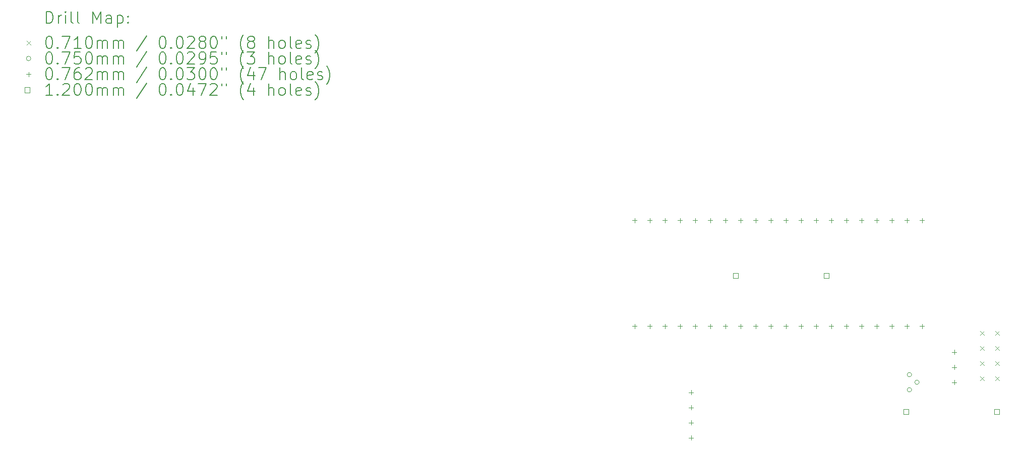
<source format=gbr>
%TF.GenerationSoftware,KiCad,Pcbnew,7.0.5*%
%TF.CreationDate,2024-02-27T08:06:42+01:00*%
%TF.ProjectId,Zeitmessung,5a656974-6d65-4737-9375-6e672e6b6963,rev?*%
%TF.SameCoordinates,Original*%
%TF.FileFunction,Drillmap*%
%TF.FilePolarity,Positive*%
%FSLAX45Y45*%
G04 Gerber Fmt 4.5, Leading zero omitted, Abs format (unit mm)*
G04 Created by KiCad (PCBNEW 7.0.5) date 2024-02-27 08:06:42*
%MOMM*%
%LPD*%
G01*
G04 APERTURE LIST*
%ADD10C,0.200000*%
%ADD11C,0.071000*%
%ADD12C,0.075000*%
%ADD13C,0.076200*%
%ADD14C,0.120000*%
G04 APERTURE END LIST*
D10*
D11*
X15937500Y-5483500D02*
X16008500Y-5554500D01*
X16008500Y-5483500D02*
X15937500Y-5554500D01*
X15937500Y-5737500D02*
X16008500Y-5808500D01*
X16008500Y-5737500D02*
X15937500Y-5808500D01*
X15937500Y-5991500D02*
X16008500Y-6062500D01*
X16008500Y-5991500D02*
X15937500Y-6062500D01*
X15937500Y-6245500D02*
X16008500Y-6316500D01*
X16008500Y-6245500D02*
X15937500Y-6316500D01*
X16191500Y-5483500D02*
X16262500Y-5554500D01*
X16262500Y-5483500D02*
X16191500Y-5554500D01*
X16191500Y-5737500D02*
X16262500Y-5808500D01*
X16262500Y-5737500D02*
X16191500Y-5808500D01*
X16191500Y-5991500D02*
X16262500Y-6062500D01*
X16262500Y-5991500D02*
X16191500Y-6062500D01*
X16191500Y-6245500D02*
X16262500Y-6316500D01*
X16262500Y-6245500D02*
X16191500Y-6316500D01*
D12*
X14790500Y-6216000D02*
G75*
G03*
X14790500Y-6216000I-37500J0D01*
G01*
X14790500Y-6470000D02*
G75*
G03*
X14790500Y-6470000I-37500J0D01*
G01*
X14917500Y-6343000D02*
G75*
G03*
X14917500Y-6343000I-37500J0D01*
G01*
D13*
X10138000Y-3583900D02*
X10138000Y-3660100D01*
X10099900Y-3622000D02*
X10176100Y-3622000D01*
X10138000Y-5361900D02*
X10138000Y-5438100D01*
X10099900Y-5400000D02*
X10176100Y-5400000D01*
X10392000Y-3583900D02*
X10392000Y-3660100D01*
X10353900Y-3622000D02*
X10430100Y-3622000D01*
X10392000Y-5361900D02*
X10392000Y-5438100D01*
X10353900Y-5400000D02*
X10430100Y-5400000D01*
X10646000Y-3583900D02*
X10646000Y-3660100D01*
X10607900Y-3622000D02*
X10684100Y-3622000D01*
X10646000Y-5361900D02*
X10646000Y-5438100D01*
X10607900Y-5400000D02*
X10684100Y-5400000D01*
X10900000Y-3583900D02*
X10900000Y-3660100D01*
X10861900Y-3622000D02*
X10938100Y-3622000D01*
X10900000Y-5361900D02*
X10900000Y-5438100D01*
X10861900Y-5400000D02*
X10938100Y-5400000D01*
X11089000Y-6475900D02*
X11089000Y-6552100D01*
X11050900Y-6514000D02*
X11127100Y-6514000D01*
X11089000Y-6729900D02*
X11089000Y-6806100D01*
X11050900Y-6768000D02*
X11127100Y-6768000D01*
X11089000Y-6983900D02*
X11089000Y-7060100D01*
X11050900Y-7022000D02*
X11127100Y-7022000D01*
X11089000Y-7237900D02*
X11089000Y-7314100D01*
X11050900Y-7276000D02*
X11127100Y-7276000D01*
X11154000Y-3583900D02*
X11154000Y-3660100D01*
X11115900Y-3622000D02*
X11192100Y-3622000D01*
X11154000Y-5361900D02*
X11154000Y-5438100D01*
X11115900Y-5400000D02*
X11192100Y-5400000D01*
X11408000Y-3583900D02*
X11408000Y-3660100D01*
X11369900Y-3622000D02*
X11446100Y-3622000D01*
X11408000Y-5361900D02*
X11408000Y-5438100D01*
X11369900Y-5400000D02*
X11446100Y-5400000D01*
X11662000Y-3583900D02*
X11662000Y-3660100D01*
X11623900Y-3622000D02*
X11700100Y-3622000D01*
X11662000Y-5361900D02*
X11662000Y-5438100D01*
X11623900Y-5400000D02*
X11700100Y-5400000D01*
X11916000Y-3583900D02*
X11916000Y-3660100D01*
X11877900Y-3622000D02*
X11954100Y-3622000D01*
X11916000Y-5361900D02*
X11916000Y-5438100D01*
X11877900Y-5400000D02*
X11954100Y-5400000D01*
X12170000Y-3583900D02*
X12170000Y-3660100D01*
X12131900Y-3622000D02*
X12208100Y-3622000D01*
X12170000Y-5361900D02*
X12170000Y-5438100D01*
X12131900Y-5400000D02*
X12208100Y-5400000D01*
X12424000Y-3583900D02*
X12424000Y-3660100D01*
X12385900Y-3622000D02*
X12462100Y-3622000D01*
X12424000Y-5361900D02*
X12424000Y-5438100D01*
X12385900Y-5400000D02*
X12462100Y-5400000D01*
X12678000Y-3583900D02*
X12678000Y-3660100D01*
X12639900Y-3622000D02*
X12716100Y-3622000D01*
X12678000Y-5361900D02*
X12678000Y-5438100D01*
X12639900Y-5400000D02*
X12716100Y-5400000D01*
X12932000Y-3583900D02*
X12932000Y-3660100D01*
X12893900Y-3622000D02*
X12970100Y-3622000D01*
X12932000Y-5361900D02*
X12932000Y-5438100D01*
X12893900Y-5400000D02*
X12970100Y-5400000D01*
X13186000Y-3583900D02*
X13186000Y-3660100D01*
X13147900Y-3622000D02*
X13224100Y-3622000D01*
X13186000Y-5361900D02*
X13186000Y-5438100D01*
X13147900Y-5400000D02*
X13224100Y-5400000D01*
X13440000Y-3583900D02*
X13440000Y-3660100D01*
X13401900Y-3622000D02*
X13478100Y-3622000D01*
X13440000Y-5361900D02*
X13440000Y-5438100D01*
X13401900Y-5400000D02*
X13478100Y-5400000D01*
X13694000Y-3583900D02*
X13694000Y-3660100D01*
X13655900Y-3622000D02*
X13732100Y-3622000D01*
X13694000Y-5361900D02*
X13694000Y-5438100D01*
X13655900Y-5400000D02*
X13732100Y-5400000D01*
X13948000Y-3583900D02*
X13948000Y-3660100D01*
X13909900Y-3622000D02*
X13986100Y-3622000D01*
X13948000Y-5361900D02*
X13948000Y-5438100D01*
X13909900Y-5400000D02*
X13986100Y-5400000D01*
X14202000Y-3583900D02*
X14202000Y-3660100D01*
X14163900Y-3622000D02*
X14240100Y-3622000D01*
X14202000Y-5361900D02*
X14202000Y-5438100D01*
X14163900Y-5400000D02*
X14240100Y-5400000D01*
X14456000Y-3583900D02*
X14456000Y-3660100D01*
X14417900Y-3622000D02*
X14494100Y-3622000D01*
X14456000Y-5361900D02*
X14456000Y-5438100D01*
X14417900Y-5400000D02*
X14494100Y-5400000D01*
X14710000Y-3583900D02*
X14710000Y-3660100D01*
X14671900Y-3622000D02*
X14748100Y-3622000D01*
X14710000Y-5361900D02*
X14710000Y-5438100D01*
X14671900Y-5400000D02*
X14748100Y-5400000D01*
X14964000Y-3583900D02*
X14964000Y-3660100D01*
X14925900Y-3622000D02*
X15002100Y-3622000D01*
X14964000Y-5361900D02*
X14964000Y-5438100D01*
X14925900Y-5400000D02*
X15002100Y-5400000D01*
X15506000Y-5797900D02*
X15506000Y-5874100D01*
X15467900Y-5836000D02*
X15544100Y-5836000D01*
X15506000Y-6051900D02*
X15506000Y-6128100D01*
X15467900Y-6090000D02*
X15544100Y-6090000D01*
X15506000Y-6305900D02*
X15506000Y-6382100D01*
X15467900Y-6344000D02*
X15544100Y-6344000D01*
D14*
X11878427Y-4592427D02*
X11878427Y-4507573D01*
X11793573Y-4507573D01*
X11793573Y-4592427D01*
X11878427Y-4592427D01*
X13402427Y-4592427D02*
X13402427Y-4507573D01*
X13317573Y-4507573D01*
X13317573Y-4592427D01*
X13402427Y-4592427D01*
X14738427Y-6882427D02*
X14738427Y-6797573D01*
X14653573Y-6797573D01*
X14653573Y-6882427D01*
X14738427Y-6882427D01*
X16262427Y-6882427D02*
X16262427Y-6797573D01*
X16177573Y-6797573D01*
X16177573Y-6882427D01*
X16262427Y-6882427D01*
D10*
X260777Y-311484D02*
X260777Y-111484D01*
X260777Y-111484D02*
X308396Y-111484D01*
X308396Y-111484D02*
X336967Y-121008D01*
X336967Y-121008D02*
X356015Y-140055D01*
X356015Y-140055D02*
X365539Y-159103D01*
X365539Y-159103D02*
X375062Y-197198D01*
X375062Y-197198D02*
X375062Y-225769D01*
X375062Y-225769D02*
X365539Y-263865D01*
X365539Y-263865D02*
X356015Y-282912D01*
X356015Y-282912D02*
X336967Y-301960D01*
X336967Y-301960D02*
X308396Y-311484D01*
X308396Y-311484D02*
X260777Y-311484D01*
X460777Y-311484D02*
X460777Y-178150D01*
X460777Y-216246D02*
X470301Y-197198D01*
X470301Y-197198D02*
X479824Y-187674D01*
X479824Y-187674D02*
X498872Y-178150D01*
X498872Y-178150D02*
X517920Y-178150D01*
X584586Y-311484D02*
X584586Y-178150D01*
X584586Y-111484D02*
X575063Y-121008D01*
X575063Y-121008D02*
X584586Y-130531D01*
X584586Y-130531D02*
X594110Y-121008D01*
X594110Y-121008D02*
X584586Y-111484D01*
X584586Y-111484D02*
X584586Y-130531D01*
X708396Y-311484D02*
X689348Y-301960D01*
X689348Y-301960D02*
X679824Y-282912D01*
X679824Y-282912D02*
X679824Y-111484D01*
X813158Y-311484D02*
X794110Y-301960D01*
X794110Y-301960D02*
X784586Y-282912D01*
X784586Y-282912D02*
X784586Y-111484D01*
X1041729Y-311484D02*
X1041729Y-111484D01*
X1041729Y-111484D02*
X1108396Y-254341D01*
X1108396Y-254341D02*
X1175063Y-111484D01*
X1175063Y-111484D02*
X1175063Y-311484D01*
X1356015Y-311484D02*
X1356015Y-206722D01*
X1356015Y-206722D02*
X1346491Y-187674D01*
X1346491Y-187674D02*
X1327444Y-178150D01*
X1327444Y-178150D02*
X1289348Y-178150D01*
X1289348Y-178150D02*
X1270301Y-187674D01*
X1356015Y-301960D02*
X1336967Y-311484D01*
X1336967Y-311484D02*
X1289348Y-311484D01*
X1289348Y-311484D02*
X1270301Y-301960D01*
X1270301Y-301960D02*
X1260777Y-282912D01*
X1260777Y-282912D02*
X1260777Y-263865D01*
X1260777Y-263865D02*
X1270301Y-244817D01*
X1270301Y-244817D02*
X1289348Y-235293D01*
X1289348Y-235293D02*
X1336967Y-235293D01*
X1336967Y-235293D02*
X1356015Y-225769D01*
X1451253Y-178150D02*
X1451253Y-378150D01*
X1451253Y-187674D02*
X1470301Y-178150D01*
X1470301Y-178150D02*
X1508396Y-178150D01*
X1508396Y-178150D02*
X1527443Y-187674D01*
X1527443Y-187674D02*
X1536967Y-197198D01*
X1536967Y-197198D02*
X1546491Y-216246D01*
X1546491Y-216246D02*
X1546491Y-273389D01*
X1546491Y-273389D02*
X1536967Y-292436D01*
X1536967Y-292436D02*
X1527443Y-301960D01*
X1527443Y-301960D02*
X1508396Y-311484D01*
X1508396Y-311484D02*
X1470301Y-311484D01*
X1470301Y-311484D02*
X1451253Y-301960D01*
X1632205Y-292436D02*
X1641729Y-301960D01*
X1641729Y-301960D02*
X1632205Y-311484D01*
X1632205Y-311484D02*
X1622682Y-301960D01*
X1622682Y-301960D02*
X1632205Y-292436D01*
X1632205Y-292436D02*
X1632205Y-311484D01*
X1632205Y-187674D02*
X1641729Y-197198D01*
X1641729Y-197198D02*
X1632205Y-206722D01*
X1632205Y-206722D02*
X1622682Y-197198D01*
X1622682Y-197198D02*
X1632205Y-187674D01*
X1632205Y-187674D02*
X1632205Y-206722D01*
D11*
X-71000Y-604500D02*
X0Y-675500D01*
X0Y-604500D02*
X-71000Y-675500D01*
D10*
X298872Y-531484D02*
X317920Y-531484D01*
X317920Y-531484D02*
X336967Y-541008D01*
X336967Y-541008D02*
X346491Y-550531D01*
X346491Y-550531D02*
X356015Y-569579D01*
X356015Y-569579D02*
X365539Y-607674D01*
X365539Y-607674D02*
X365539Y-655293D01*
X365539Y-655293D02*
X356015Y-693389D01*
X356015Y-693389D02*
X346491Y-712436D01*
X346491Y-712436D02*
X336967Y-721960D01*
X336967Y-721960D02*
X317920Y-731484D01*
X317920Y-731484D02*
X298872Y-731484D01*
X298872Y-731484D02*
X279824Y-721960D01*
X279824Y-721960D02*
X270301Y-712436D01*
X270301Y-712436D02*
X260777Y-693389D01*
X260777Y-693389D02*
X251253Y-655293D01*
X251253Y-655293D02*
X251253Y-607674D01*
X251253Y-607674D02*
X260777Y-569579D01*
X260777Y-569579D02*
X270301Y-550531D01*
X270301Y-550531D02*
X279824Y-541008D01*
X279824Y-541008D02*
X298872Y-531484D01*
X451253Y-712436D02*
X460777Y-721960D01*
X460777Y-721960D02*
X451253Y-731484D01*
X451253Y-731484D02*
X441729Y-721960D01*
X441729Y-721960D02*
X451253Y-712436D01*
X451253Y-712436D02*
X451253Y-731484D01*
X527444Y-531484D02*
X660777Y-531484D01*
X660777Y-531484D02*
X575063Y-731484D01*
X841729Y-731484D02*
X727443Y-731484D01*
X784586Y-731484D02*
X784586Y-531484D01*
X784586Y-531484D02*
X765539Y-560055D01*
X765539Y-560055D02*
X746491Y-579103D01*
X746491Y-579103D02*
X727443Y-588627D01*
X965539Y-531484D02*
X984586Y-531484D01*
X984586Y-531484D02*
X1003634Y-541008D01*
X1003634Y-541008D02*
X1013158Y-550531D01*
X1013158Y-550531D02*
X1022682Y-569579D01*
X1022682Y-569579D02*
X1032205Y-607674D01*
X1032205Y-607674D02*
X1032205Y-655293D01*
X1032205Y-655293D02*
X1022682Y-693389D01*
X1022682Y-693389D02*
X1013158Y-712436D01*
X1013158Y-712436D02*
X1003634Y-721960D01*
X1003634Y-721960D02*
X984586Y-731484D01*
X984586Y-731484D02*
X965539Y-731484D01*
X965539Y-731484D02*
X946491Y-721960D01*
X946491Y-721960D02*
X936967Y-712436D01*
X936967Y-712436D02*
X927443Y-693389D01*
X927443Y-693389D02*
X917920Y-655293D01*
X917920Y-655293D02*
X917920Y-607674D01*
X917920Y-607674D02*
X927443Y-569579D01*
X927443Y-569579D02*
X936967Y-550531D01*
X936967Y-550531D02*
X946491Y-541008D01*
X946491Y-541008D02*
X965539Y-531484D01*
X1117920Y-731484D02*
X1117920Y-598150D01*
X1117920Y-617198D02*
X1127444Y-607674D01*
X1127444Y-607674D02*
X1146491Y-598150D01*
X1146491Y-598150D02*
X1175063Y-598150D01*
X1175063Y-598150D02*
X1194110Y-607674D01*
X1194110Y-607674D02*
X1203634Y-626722D01*
X1203634Y-626722D02*
X1203634Y-731484D01*
X1203634Y-626722D02*
X1213158Y-607674D01*
X1213158Y-607674D02*
X1232205Y-598150D01*
X1232205Y-598150D02*
X1260777Y-598150D01*
X1260777Y-598150D02*
X1279825Y-607674D01*
X1279825Y-607674D02*
X1289348Y-626722D01*
X1289348Y-626722D02*
X1289348Y-731484D01*
X1384586Y-731484D02*
X1384586Y-598150D01*
X1384586Y-617198D02*
X1394110Y-607674D01*
X1394110Y-607674D02*
X1413158Y-598150D01*
X1413158Y-598150D02*
X1441729Y-598150D01*
X1441729Y-598150D02*
X1460777Y-607674D01*
X1460777Y-607674D02*
X1470301Y-626722D01*
X1470301Y-626722D02*
X1470301Y-731484D01*
X1470301Y-626722D02*
X1479824Y-607674D01*
X1479824Y-607674D02*
X1498872Y-598150D01*
X1498872Y-598150D02*
X1527443Y-598150D01*
X1527443Y-598150D02*
X1546491Y-607674D01*
X1546491Y-607674D02*
X1556015Y-626722D01*
X1556015Y-626722D02*
X1556015Y-731484D01*
X1946491Y-521960D02*
X1775063Y-779103D01*
X2203634Y-531484D02*
X2222682Y-531484D01*
X2222682Y-531484D02*
X2241729Y-541008D01*
X2241729Y-541008D02*
X2251253Y-550531D01*
X2251253Y-550531D02*
X2260777Y-569579D01*
X2260777Y-569579D02*
X2270301Y-607674D01*
X2270301Y-607674D02*
X2270301Y-655293D01*
X2270301Y-655293D02*
X2260777Y-693389D01*
X2260777Y-693389D02*
X2251253Y-712436D01*
X2251253Y-712436D02*
X2241729Y-721960D01*
X2241729Y-721960D02*
X2222682Y-731484D01*
X2222682Y-731484D02*
X2203634Y-731484D01*
X2203634Y-731484D02*
X2184587Y-721960D01*
X2184587Y-721960D02*
X2175063Y-712436D01*
X2175063Y-712436D02*
X2165539Y-693389D01*
X2165539Y-693389D02*
X2156015Y-655293D01*
X2156015Y-655293D02*
X2156015Y-607674D01*
X2156015Y-607674D02*
X2165539Y-569579D01*
X2165539Y-569579D02*
X2175063Y-550531D01*
X2175063Y-550531D02*
X2184587Y-541008D01*
X2184587Y-541008D02*
X2203634Y-531484D01*
X2356015Y-712436D02*
X2365539Y-721960D01*
X2365539Y-721960D02*
X2356015Y-731484D01*
X2356015Y-731484D02*
X2346491Y-721960D01*
X2346491Y-721960D02*
X2356015Y-712436D01*
X2356015Y-712436D02*
X2356015Y-731484D01*
X2489348Y-531484D02*
X2508396Y-531484D01*
X2508396Y-531484D02*
X2527444Y-541008D01*
X2527444Y-541008D02*
X2536968Y-550531D01*
X2536968Y-550531D02*
X2546491Y-569579D01*
X2546491Y-569579D02*
X2556015Y-607674D01*
X2556015Y-607674D02*
X2556015Y-655293D01*
X2556015Y-655293D02*
X2546491Y-693389D01*
X2546491Y-693389D02*
X2536968Y-712436D01*
X2536968Y-712436D02*
X2527444Y-721960D01*
X2527444Y-721960D02*
X2508396Y-731484D01*
X2508396Y-731484D02*
X2489348Y-731484D01*
X2489348Y-731484D02*
X2470301Y-721960D01*
X2470301Y-721960D02*
X2460777Y-712436D01*
X2460777Y-712436D02*
X2451253Y-693389D01*
X2451253Y-693389D02*
X2441729Y-655293D01*
X2441729Y-655293D02*
X2441729Y-607674D01*
X2441729Y-607674D02*
X2451253Y-569579D01*
X2451253Y-569579D02*
X2460777Y-550531D01*
X2460777Y-550531D02*
X2470301Y-541008D01*
X2470301Y-541008D02*
X2489348Y-531484D01*
X2632206Y-550531D02*
X2641729Y-541008D01*
X2641729Y-541008D02*
X2660777Y-531484D01*
X2660777Y-531484D02*
X2708396Y-531484D01*
X2708396Y-531484D02*
X2727444Y-541008D01*
X2727444Y-541008D02*
X2736968Y-550531D01*
X2736968Y-550531D02*
X2746491Y-569579D01*
X2746491Y-569579D02*
X2746491Y-588627D01*
X2746491Y-588627D02*
X2736968Y-617198D01*
X2736968Y-617198D02*
X2622682Y-731484D01*
X2622682Y-731484D02*
X2746491Y-731484D01*
X2860777Y-617198D02*
X2841729Y-607674D01*
X2841729Y-607674D02*
X2832206Y-598150D01*
X2832206Y-598150D02*
X2822682Y-579103D01*
X2822682Y-579103D02*
X2822682Y-569579D01*
X2822682Y-569579D02*
X2832206Y-550531D01*
X2832206Y-550531D02*
X2841729Y-541008D01*
X2841729Y-541008D02*
X2860777Y-531484D01*
X2860777Y-531484D02*
X2898872Y-531484D01*
X2898872Y-531484D02*
X2917920Y-541008D01*
X2917920Y-541008D02*
X2927444Y-550531D01*
X2927444Y-550531D02*
X2936967Y-569579D01*
X2936967Y-569579D02*
X2936967Y-579103D01*
X2936967Y-579103D02*
X2927444Y-598150D01*
X2927444Y-598150D02*
X2917920Y-607674D01*
X2917920Y-607674D02*
X2898872Y-617198D01*
X2898872Y-617198D02*
X2860777Y-617198D01*
X2860777Y-617198D02*
X2841729Y-626722D01*
X2841729Y-626722D02*
X2832206Y-636246D01*
X2832206Y-636246D02*
X2822682Y-655293D01*
X2822682Y-655293D02*
X2822682Y-693389D01*
X2822682Y-693389D02*
X2832206Y-712436D01*
X2832206Y-712436D02*
X2841729Y-721960D01*
X2841729Y-721960D02*
X2860777Y-731484D01*
X2860777Y-731484D02*
X2898872Y-731484D01*
X2898872Y-731484D02*
X2917920Y-721960D01*
X2917920Y-721960D02*
X2927444Y-712436D01*
X2927444Y-712436D02*
X2936967Y-693389D01*
X2936967Y-693389D02*
X2936967Y-655293D01*
X2936967Y-655293D02*
X2927444Y-636246D01*
X2927444Y-636246D02*
X2917920Y-626722D01*
X2917920Y-626722D02*
X2898872Y-617198D01*
X3060777Y-531484D02*
X3079825Y-531484D01*
X3079825Y-531484D02*
X3098872Y-541008D01*
X3098872Y-541008D02*
X3108396Y-550531D01*
X3108396Y-550531D02*
X3117920Y-569579D01*
X3117920Y-569579D02*
X3127444Y-607674D01*
X3127444Y-607674D02*
X3127444Y-655293D01*
X3127444Y-655293D02*
X3117920Y-693389D01*
X3117920Y-693389D02*
X3108396Y-712436D01*
X3108396Y-712436D02*
X3098872Y-721960D01*
X3098872Y-721960D02*
X3079825Y-731484D01*
X3079825Y-731484D02*
X3060777Y-731484D01*
X3060777Y-731484D02*
X3041729Y-721960D01*
X3041729Y-721960D02*
X3032206Y-712436D01*
X3032206Y-712436D02*
X3022682Y-693389D01*
X3022682Y-693389D02*
X3013158Y-655293D01*
X3013158Y-655293D02*
X3013158Y-607674D01*
X3013158Y-607674D02*
X3022682Y-569579D01*
X3022682Y-569579D02*
X3032206Y-550531D01*
X3032206Y-550531D02*
X3041729Y-541008D01*
X3041729Y-541008D02*
X3060777Y-531484D01*
X3203634Y-531484D02*
X3203634Y-569579D01*
X3279825Y-531484D02*
X3279825Y-569579D01*
X3575063Y-807674D02*
X3565539Y-798150D01*
X3565539Y-798150D02*
X3546491Y-769579D01*
X3546491Y-769579D02*
X3536968Y-750531D01*
X3536968Y-750531D02*
X3527444Y-721960D01*
X3527444Y-721960D02*
X3517920Y-674341D01*
X3517920Y-674341D02*
X3517920Y-636246D01*
X3517920Y-636246D02*
X3527444Y-588627D01*
X3527444Y-588627D02*
X3536968Y-560055D01*
X3536968Y-560055D02*
X3546491Y-541008D01*
X3546491Y-541008D02*
X3565539Y-512436D01*
X3565539Y-512436D02*
X3575063Y-502912D01*
X3679825Y-617198D02*
X3660777Y-607674D01*
X3660777Y-607674D02*
X3651253Y-598150D01*
X3651253Y-598150D02*
X3641729Y-579103D01*
X3641729Y-579103D02*
X3641729Y-569579D01*
X3641729Y-569579D02*
X3651253Y-550531D01*
X3651253Y-550531D02*
X3660777Y-541008D01*
X3660777Y-541008D02*
X3679825Y-531484D01*
X3679825Y-531484D02*
X3717920Y-531484D01*
X3717920Y-531484D02*
X3736968Y-541008D01*
X3736968Y-541008D02*
X3746491Y-550531D01*
X3746491Y-550531D02*
X3756015Y-569579D01*
X3756015Y-569579D02*
X3756015Y-579103D01*
X3756015Y-579103D02*
X3746491Y-598150D01*
X3746491Y-598150D02*
X3736968Y-607674D01*
X3736968Y-607674D02*
X3717920Y-617198D01*
X3717920Y-617198D02*
X3679825Y-617198D01*
X3679825Y-617198D02*
X3660777Y-626722D01*
X3660777Y-626722D02*
X3651253Y-636246D01*
X3651253Y-636246D02*
X3641729Y-655293D01*
X3641729Y-655293D02*
X3641729Y-693389D01*
X3641729Y-693389D02*
X3651253Y-712436D01*
X3651253Y-712436D02*
X3660777Y-721960D01*
X3660777Y-721960D02*
X3679825Y-731484D01*
X3679825Y-731484D02*
X3717920Y-731484D01*
X3717920Y-731484D02*
X3736968Y-721960D01*
X3736968Y-721960D02*
X3746491Y-712436D01*
X3746491Y-712436D02*
X3756015Y-693389D01*
X3756015Y-693389D02*
X3756015Y-655293D01*
X3756015Y-655293D02*
X3746491Y-636246D01*
X3746491Y-636246D02*
X3736968Y-626722D01*
X3736968Y-626722D02*
X3717920Y-617198D01*
X3994110Y-731484D02*
X3994110Y-531484D01*
X4079825Y-731484D02*
X4079825Y-626722D01*
X4079825Y-626722D02*
X4070301Y-607674D01*
X4070301Y-607674D02*
X4051253Y-598150D01*
X4051253Y-598150D02*
X4022682Y-598150D01*
X4022682Y-598150D02*
X4003634Y-607674D01*
X4003634Y-607674D02*
X3994110Y-617198D01*
X4203634Y-731484D02*
X4184587Y-721960D01*
X4184587Y-721960D02*
X4175063Y-712436D01*
X4175063Y-712436D02*
X4165539Y-693389D01*
X4165539Y-693389D02*
X4165539Y-636246D01*
X4165539Y-636246D02*
X4175063Y-617198D01*
X4175063Y-617198D02*
X4184587Y-607674D01*
X4184587Y-607674D02*
X4203634Y-598150D01*
X4203634Y-598150D02*
X4232206Y-598150D01*
X4232206Y-598150D02*
X4251253Y-607674D01*
X4251253Y-607674D02*
X4260777Y-617198D01*
X4260777Y-617198D02*
X4270301Y-636246D01*
X4270301Y-636246D02*
X4270301Y-693389D01*
X4270301Y-693389D02*
X4260777Y-712436D01*
X4260777Y-712436D02*
X4251253Y-721960D01*
X4251253Y-721960D02*
X4232206Y-731484D01*
X4232206Y-731484D02*
X4203634Y-731484D01*
X4384587Y-731484D02*
X4365539Y-721960D01*
X4365539Y-721960D02*
X4356015Y-702912D01*
X4356015Y-702912D02*
X4356015Y-531484D01*
X4536968Y-721960D02*
X4517920Y-731484D01*
X4517920Y-731484D02*
X4479825Y-731484D01*
X4479825Y-731484D02*
X4460777Y-721960D01*
X4460777Y-721960D02*
X4451253Y-702912D01*
X4451253Y-702912D02*
X4451253Y-626722D01*
X4451253Y-626722D02*
X4460777Y-607674D01*
X4460777Y-607674D02*
X4479825Y-598150D01*
X4479825Y-598150D02*
X4517920Y-598150D01*
X4517920Y-598150D02*
X4536968Y-607674D01*
X4536968Y-607674D02*
X4546492Y-626722D01*
X4546492Y-626722D02*
X4546492Y-645770D01*
X4546492Y-645770D02*
X4451253Y-664817D01*
X4622682Y-721960D02*
X4641730Y-731484D01*
X4641730Y-731484D02*
X4679825Y-731484D01*
X4679825Y-731484D02*
X4698873Y-721960D01*
X4698873Y-721960D02*
X4708396Y-702912D01*
X4708396Y-702912D02*
X4708396Y-693389D01*
X4708396Y-693389D02*
X4698873Y-674341D01*
X4698873Y-674341D02*
X4679825Y-664817D01*
X4679825Y-664817D02*
X4651253Y-664817D01*
X4651253Y-664817D02*
X4632206Y-655293D01*
X4632206Y-655293D02*
X4622682Y-636246D01*
X4622682Y-636246D02*
X4622682Y-626722D01*
X4622682Y-626722D02*
X4632206Y-607674D01*
X4632206Y-607674D02*
X4651253Y-598150D01*
X4651253Y-598150D02*
X4679825Y-598150D01*
X4679825Y-598150D02*
X4698873Y-607674D01*
X4775063Y-807674D02*
X4784587Y-798150D01*
X4784587Y-798150D02*
X4803634Y-769579D01*
X4803634Y-769579D02*
X4813158Y-750531D01*
X4813158Y-750531D02*
X4822682Y-721960D01*
X4822682Y-721960D02*
X4832206Y-674341D01*
X4832206Y-674341D02*
X4832206Y-636246D01*
X4832206Y-636246D02*
X4822682Y-588627D01*
X4822682Y-588627D02*
X4813158Y-560055D01*
X4813158Y-560055D02*
X4803634Y-541008D01*
X4803634Y-541008D02*
X4784587Y-512436D01*
X4784587Y-512436D02*
X4775063Y-502912D01*
D12*
X0Y-904000D02*
G75*
G03*
X0Y-904000I-37500J0D01*
G01*
D10*
X298872Y-795484D02*
X317920Y-795484D01*
X317920Y-795484D02*
X336967Y-805008D01*
X336967Y-805008D02*
X346491Y-814531D01*
X346491Y-814531D02*
X356015Y-833579D01*
X356015Y-833579D02*
X365539Y-871674D01*
X365539Y-871674D02*
X365539Y-919293D01*
X365539Y-919293D02*
X356015Y-957388D01*
X356015Y-957388D02*
X346491Y-976436D01*
X346491Y-976436D02*
X336967Y-985960D01*
X336967Y-985960D02*
X317920Y-995484D01*
X317920Y-995484D02*
X298872Y-995484D01*
X298872Y-995484D02*
X279824Y-985960D01*
X279824Y-985960D02*
X270301Y-976436D01*
X270301Y-976436D02*
X260777Y-957388D01*
X260777Y-957388D02*
X251253Y-919293D01*
X251253Y-919293D02*
X251253Y-871674D01*
X251253Y-871674D02*
X260777Y-833579D01*
X260777Y-833579D02*
X270301Y-814531D01*
X270301Y-814531D02*
X279824Y-805008D01*
X279824Y-805008D02*
X298872Y-795484D01*
X451253Y-976436D02*
X460777Y-985960D01*
X460777Y-985960D02*
X451253Y-995484D01*
X451253Y-995484D02*
X441729Y-985960D01*
X441729Y-985960D02*
X451253Y-976436D01*
X451253Y-976436D02*
X451253Y-995484D01*
X527444Y-795484D02*
X660777Y-795484D01*
X660777Y-795484D02*
X575063Y-995484D01*
X832205Y-795484D02*
X736967Y-795484D01*
X736967Y-795484D02*
X727443Y-890722D01*
X727443Y-890722D02*
X736967Y-881198D01*
X736967Y-881198D02*
X756015Y-871674D01*
X756015Y-871674D02*
X803634Y-871674D01*
X803634Y-871674D02*
X822682Y-881198D01*
X822682Y-881198D02*
X832205Y-890722D01*
X832205Y-890722D02*
X841729Y-909769D01*
X841729Y-909769D02*
X841729Y-957388D01*
X841729Y-957388D02*
X832205Y-976436D01*
X832205Y-976436D02*
X822682Y-985960D01*
X822682Y-985960D02*
X803634Y-995484D01*
X803634Y-995484D02*
X756015Y-995484D01*
X756015Y-995484D02*
X736967Y-985960D01*
X736967Y-985960D02*
X727443Y-976436D01*
X965539Y-795484D02*
X984586Y-795484D01*
X984586Y-795484D02*
X1003634Y-805008D01*
X1003634Y-805008D02*
X1013158Y-814531D01*
X1013158Y-814531D02*
X1022682Y-833579D01*
X1022682Y-833579D02*
X1032205Y-871674D01*
X1032205Y-871674D02*
X1032205Y-919293D01*
X1032205Y-919293D02*
X1022682Y-957388D01*
X1022682Y-957388D02*
X1013158Y-976436D01*
X1013158Y-976436D02*
X1003634Y-985960D01*
X1003634Y-985960D02*
X984586Y-995484D01*
X984586Y-995484D02*
X965539Y-995484D01*
X965539Y-995484D02*
X946491Y-985960D01*
X946491Y-985960D02*
X936967Y-976436D01*
X936967Y-976436D02*
X927443Y-957388D01*
X927443Y-957388D02*
X917920Y-919293D01*
X917920Y-919293D02*
X917920Y-871674D01*
X917920Y-871674D02*
X927443Y-833579D01*
X927443Y-833579D02*
X936967Y-814531D01*
X936967Y-814531D02*
X946491Y-805008D01*
X946491Y-805008D02*
X965539Y-795484D01*
X1117920Y-995484D02*
X1117920Y-862150D01*
X1117920Y-881198D02*
X1127444Y-871674D01*
X1127444Y-871674D02*
X1146491Y-862150D01*
X1146491Y-862150D02*
X1175063Y-862150D01*
X1175063Y-862150D02*
X1194110Y-871674D01*
X1194110Y-871674D02*
X1203634Y-890722D01*
X1203634Y-890722D02*
X1203634Y-995484D01*
X1203634Y-890722D02*
X1213158Y-871674D01*
X1213158Y-871674D02*
X1232205Y-862150D01*
X1232205Y-862150D02*
X1260777Y-862150D01*
X1260777Y-862150D02*
X1279825Y-871674D01*
X1279825Y-871674D02*
X1289348Y-890722D01*
X1289348Y-890722D02*
X1289348Y-995484D01*
X1384586Y-995484D02*
X1384586Y-862150D01*
X1384586Y-881198D02*
X1394110Y-871674D01*
X1394110Y-871674D02*
X1413158Y-862150D01*
X1413158Y-862150D02*
X1441729Y-862150D01*
X1441729Y-862150D02*
X1460777Y-871674D01*
X1460777Y-871674D02*
X1470301Y-890722D01*
X1470301Y-890722D02*
X1470301Y-995484D01*
X1470301Y-890722D02*
X1479824Y-871674D01*
X1479824Y-871674D02*
X1498872Y-862150D01*
X1498872Y-862150D02*
X1527443Y-862150D01*
X1527443Y-862150D02*
X1546491Y-871674D01*
X1546491Y-871674D02*
X1556015Y-890722D01*
X1556015Y-890722D02*
X1556015Y-995484D01*
X1946491Y-785960D02*
X1775063Y-1043103D01*
X2203634Y-795484D02*
X2222682Y-795484D01*
X2222682Y-795484D02*
X2241729Y-805008D01*
X2241729Y-805008D02*
X2251253Y-814531D01*
X2251253Y-814531D02*
X2260777Y-833579D01*
X2260777Y-833579D02*
X2270301Y-871674D01*
X2270301Y-871674D02*
X2270301Y-919293D01*
X2270301Y-919293D02*
X2260777Y-957388D01*
X2260777Y-957388D02*
X2251253Y-976436D01*
X2251253Y-976436D02*
X2241729Y-985960D01*
X2241729Y-985960D02*
X2222682Y-995484D01*
X2222682Y-995484D02*
X2203634Y-995484D01*
X2203634Y-995484D02*
X2184587Y-985960D01*
X2184587Y-985960D02*
X2175063Y-976436D01*
X2175063Y-976436D02*
X2165539Y-957388D01*
X2165539Y-957388D02*
X2156015Y-919293D01*
X2156015Y-919293D02*
X2156015Y-871674D01*
X2156015Y-871674D02*
X2165539Y-833579D01*
X2165539Y-833579D02*
X2175063Y-814531D01*
X2175063Y-814531D02*
X2184587Y-805008D01*
X2184587Y-805008D02*
X2203634Y-795484D01*
X2356015Y-976436D02*
X2365539Y-985960D01*
X2365539Y-985960D02*
X2356015Y-995484D01*
X2356015Y-995484D02*
X2346491Y-985960D01*
X2346491Y-985960D02*
X2356015Y-976436D01*
X2356015Y-976436D02*
X2356015Y-995484D01*
X2489348Y-795484D02*
X2508396Y-795484D01*
X2508396Y-795484D02*
X2527444Y-805008D01*
X2527444Y-805008D02*
X2536968Y-814531D01*
X2536968Y-814531D02*
X2546491Y-833579D01*
X2546491Y-833579D02*
X2556015Y-871674D01*
X2556015Y-871674D02*
X2556015Y-919293D01*
X2556015Y-919293D02*
X2546491Y-957388D01*
X2546491Y-957388D02*
X2536968Y-976436D01*
X2536968Y-976436D02*
X2527444Y-985960D01*
X2527444Y-985960D02*
X2508396Y-995484D01*
X2508396Y-995484D02*
X2489348Y-995484D01*
X2489348Y-995484D02*
X2470301Y-985960D01*
X2470301Y-985960D02*
X2460777Y-976436D01*
X2460777Y-976436D02*
X2451253Y-957388D01*
X2451253Y-957388D02*
X2441729Y-919293D01*
X2441729Y-919293D02*
X2441729Y-871674D01*
X2441729Y-871674D02*
X2451253Y-833579D01*
X2451253Y-833579D02*
X2460777Y-814531D01*
X2460777Y-814531D02*
X2470301Y-805008D01*
X2470301Y-805008D02*
X2489348Y-795484D01*
X2632206Y-814531D02*
X2641729Y-805008D01*
X2641729Y-805008D02*
X2660777Y-795484D01*
X2660777Y-795484D02*
X2708396Y-795484D01*
X2708396Y-795484D02*
X2727444Y-805008D01*
X2727444Y-805008D02*
X2736968Y-814531D01*
X2736968Y-814531D02*
X2746491Y-833579D01*
X2746491Y-833579D02*
X2746491Y-852627D01*
X2746491Y-852627D02*
X2736968Y-881198D01*
X2736968Y-881198D02*
X2622682Y-995484D01*
X2622682Y-995484D02*
X2746491Y-995484D01*
X2841729Y-995484D02*
X2879825Y-995484D01*
X2879825Y-995484D02*
X2898872Y-985960D01*
X2898872Y-985960D02*
X2908396Y-976436D01*
X2908396Y-976436D02*
X2927444Y-947865D01*
X2927444Y-947865D02*
X2936967Y-909769D01*
X2936967Y-909769D02*
X2936967Y-833579D01*
X2936967Y-833579D02*
X2927444Y-814531D01*
X2927444Y-814531D02*
X2917920Y-805008D01*
X2917920Y-805008D02*
X2898872Y-795484D01*
X2898872Y-795484D02*
X2860777Y-795484D01*
X2860777Y-795484D02*
X2841729Y-805008D01*
X2841729Y-805008D02*
X2832206Y-814531D01*
X2832206Y-814531D02*
X2822682Y-833579D01*
X2822682Y-833579D02*
X2822682Y-881198D01*
X2822682Y-881198D02*
X2832206Y-900246D01*
X2832206Y-900246D02*
X2841729Y-909769D01*
X2841729Y-909769D02*
X2860777Y-919293D01*
X2860777Y-919293D02*
X2898872Y-919293D01*
X2898872Y-919293D02*
X2917920Y-909769D01*
X2917920Y-909769D02*
X2927444Y-900246D01*
X2927444Y-900246D02*
X2936967Y-881198D01*
X3117920Y-795484D02*
X3022682Y-795484D01*
X3022682Y-795484D02*
X3013158Y-890722D01*
X3013158Y-890722D02*
X3022682Y-881198D01*
X3022682Y-881198D02*
X3041729Y-871674D01*
X3041729Y-871674D02*
X3089348Y-871674D01*
X3089348Y-871674D02*
X3108396Y-881198D01*
X3108396Y-881198D02*
X3117920Y-890722D01*
X3117920Y-890722D02*
X3127444Y-909769D01*
X3127444Y-909769D02*
X3127444Y-957388D01*
X3127444Y-957388D02*
X3117920Y-976436D01*
X3117920Y-976436D02*
X3108396Y-985960D01*
X3108396Y-985960D02*
X3089348Y-995484D01*
X3089348Y-995484D02*
X3041729Y-995484D01*
X3041729Y-995484D02*
X3022682Y-985960D01*
X3022682Y-985960D02*
X3013158Y-976436D01*
X3203634Y-795484D02*
X3203634Y-833579D01*
X3279825Y-795484D02*
X3279825Y-833579D01*
X3575063Y-1071674D02*
X3565539Y-1062150D01*
X3565539Y-1062150D02*
X3546491Y-1033579D01*
X3546491Y-1033579D02*
X3536968Y-1014531D01*
X3536968Y-1014531D02*
X3527444Y-985960D01*
X3527444Y-985960D02*
X3517920Y-938341D01*
X3517920Y-938341D02*
X3517920Y-900246D01*
X3517920Y-900246D02*
X3527444Y-852627D01*
X3527444Y-852627D02*
X3536968Y-824055D01*
X3536968Y-824055D02*
X3546491Y-805008D01*
X3546491Y-805008D02*
X3565539Y-776436D01*
X3565539Y-776436D02*
X3575063Y-766912D01*
X3632206Y-795484D02*
X3756015Y-795484D01*
X3756015Y-795484D02*
X3689348Y-871674D01*
X3689348Y-871674D02*
X3717920Y-871674D01*
X3717920Y-871674D02*
X3736968Y-881198D01*
X3736968Y-881198D02*
X3746491Y-890722D01*
X3746491Y-890722D02*
X3756015Y-909769D01*
X3756015Y-909769D02*
X3756015Y-957388D01*
X3756015Y-957388D02*
X3746491Y-976436D01*
X3746491Y-976436D02*
X3736968Y-985960D01*
X3736968Y-985960D02*
X3717920Y-995484D01*
X3717920Y-995484D02*
X3660777Y-995484D01*
X3660777Y-995484D02*
X3641729Y-985960D01*
X3641729Y-985960D02*
X3632206Y-976436D01*
X3994110Y-995484D02*
X3994110Y-795484D01*
X4079825Y-995484D02*
X4079825Y-890722D01*
X4079825Y-890722D02*
X4070301Y-871674D01*
X4070301Y-871674D02*
X4051253Y-862150D01*
X4051253Y-862150D02*
X4022682Y-862150D01*
X4022682Y-862150D02*
X4003634Y-871674D01*
X4003634Y-871674D02*
X3994110Y-881198D01*
X4203634Y-995484D02*
X4184587Y-985960D01*
X4184587Y-985960D02*
X4175063Y-976436D01*
X4175063Y-976436D02*
X4165539Y-957388D01*
X4165539Y-957388D02*
X4165539Y-900246D01*
X4165539Y-900246D02*
X4175063Y-881198D01*
X4175063Y-881198D02*
X4184587Y-871674D01*
X4184587Y-871674D02*
X4203634Y-862150D01*
X4203634Y-862150D02*
X4232206Y-862150D01*
X4232206Y-862150D02*
X4251253Y-871674D01*
X4251253Y-871674D02*
X4260777Y-881198D01*
X4260777Y-881198D02*
X4270301Y-900246D01*
X4270301Y-900246D02*
X4270301Y-957388D01*
X4270301Y-957388D02*
X4260777Y-976436D01*
X4260777Y-976436D02*
X4251253Y-985960D01*
X4251253Y-985960D02*
X4232206Y-995484D01*
X4232206Y-995484D02*
X4203634Y-995484D01*
X4384587Y-995484D02*
X4365539Y-985960D01*
X4365539Y-985960D02*
X4356015Y-966912D01*
X4356015Y-966912D02*
X4356015Y-795484D01*
X4536968Y-985960D02*
X4517920Y-995484D01*
X4517920Y-995484D02*
X4479825Y-995484D01*
X4479825Y-995484D02*
X4460777Y-985960D01*
X4460777Y-985960D02*
X4451253Y-966912D01*
X4451253Y-966912D02*
X4451253Y-890722D01*
X4451253Y-890722D02*
X4460777Y-871674D01*
X4460777Y-871674D02*
X4479825Y-862150D01*
X4479825Y-862150D02*
X4517920Y-862150D01*
X4517920Y-862150D02*
X4536968Y-871674D01*
X4536968Y-871674D02*
X4546492Y-890722D01*
X4546492Y-890722D02*
X4546492Y-909769D01*
X4546492Y-909769D02*
X4451253Y-928817D01*
X4622682Y-985960D02*
X4641730Y-995484D01*
X4641730Y-995484D02*
X4679825Y-995484D01*
X4679825Y-995484D02*
X4698873Y-985960D01*
X4698873Y-985960D02*
X4708396Y-966912D01*
X4708396Y-966912D02*
X4708396Y-957388D01*
X4708396Y-957388D02*
X4698873Y-938341D01*
X4698873Y-938341D02*
X4679825Y-928817D01*
X4679825Y-928817D02*
X4651253Y-928817D01*
X4651253Y-928817D02*
X4632206Y-919293D01*
X4632206Y-919293D02*
X4622682Y-900246D01*
X4622682Y-900246D02*
X4622682Y-890722D01*
X4622682Y-890722D02*
X4632206Y-871674D01*
X4632206Y-871674D02*
X4651253Y-862150D01*
X4651253Y-862150D02*
X4679825Y-862150D01*
X4679825Y-862150D02*
X4698873Y-871674D01*
X4775063Y-1071674D02*
X4784587Y-1062150D01*
X4784587Y-1062150D02*
X4803634Y-1033579D01*
X4803634Y-1033579D02*
X4813158Y-1014531D01*
X4813158Y-1014531D02*
X4822682Y-985960D01*
X4822682Y-985960D02*
X4832206Y-938341D01*
X4832206Y-938341D02*
X4832206Y-900246D01*
X4832206Y-900246D02*
X4822682Y-852627D01*
X4822682Y-852627D02*
X4813158Y-824055D01*
X4813158Y-824055D02*
X4803634Y-805008D01*
X4803634Y-805008D02*
X4784587Y-776436D01*
X4784587Y-776436D02*
X4775063Y-766912D01*
D13*
X-38100Y-1129900D02*
X-38100Y-1206100D01*
X-76200Y-1168000D02*
X0Y-1168000D01*
D10*
X298872Y-1059484D02*
X317920Y-1059484D01*
X317920Y-1059484D02*
X336967Y-1069008D01*
X336967Y-1069008D02*
X346491Y-1078531D01*
X346491Y-1078531D02*
X356015Y-1097579D01*
X356015Y-1097579D02*
X365539Y-1135674D01*
X365539Y-1135674D02*
X365539Y-1183293D01*
X365539Y-1183293D02*
X356015Y-1221389D01*
X356015Y-1221389D02*
X346491Y-1240436D01*
X346491Y-1240436D02*
X336967Y-1249960D01*
X336967Y-1249960D02*
X317920Y-1259484D01*
X317920Y-1259484D02*
X298872Y-1259484D01*
X298872Y-1259484D02*
X279824Y-1249960D01*
X279824Y-1249960D02*
X270301Y-1240436D01*
X270301Y-1240436D02*
X260777Y-1221389D01*
X260777Y-1221389D02*
X251253Y-1183293D01*
X251253Y-1183293D02*
X251253Y-1135674D01*
X251253Y-1135674D02*
X260777Y-1097579D01*
X260777Y-1097579D02*
X270301Y-1078531D01*
X270301Y-1078531D02*
X279824Y-1069008D01*
X279824Y-1069008D02*
X298872Y-1059484D01*
X451253Y-1240436D02*
X460777Y-1249960D01*
X460777Y-1249960D02*
X451253Y-1259484D01*
X451253Y-1259484D02*
X441729Y-1249960D01*
X441729Y-1249960D02*
X451253Y-1240436D01*
X451253Y-1240436D02*
X451253Y-1259484D01*
X527444Y-1059484D02*
X660777Y-1059484D01*
X660777Y-1059484D02*
X575063Y-1259484D01*
X822682Y-1059484D02*
X784586Y-1059484D01*
X784586Y-1059484D02*
X765539Y-1069008D01*
X765539Y-1069008D02*
X756015Y-1078531D01*
X756015Y-1078531D02*
X736967Y-1107103D01*
X736967Y-1107103D02*
X727443Y-1145198D01*
X727443Y-1145198D02*
X727443Y-1221389D01*
X727443Y-1221389D02*
X736967Y-1240436D01*
X736967Y-1240436D02*
X746491Y-1249960D01*
X746491Y-1249960D02*
X765539Y-1259484D01*
X765539Y-1259484D02*
X803634Y-1259484D01*
X803634Y-1259484D02*
X822682Y-1249960D01*
X822682Y-1249960D02*
X832205Y-1240436D01*
X832205Y-1240436D02*
X841729Y-1221389D01*
X841729Y-1221389D02*
X841729Y-1173770D01*
X841729Y-1173770D02*
X832205Y-1154722D01*
X832205Y-1154722D02*
X822682Y-1145198D01*
X822682Y-1145198D02*
X803634Y-1135674D01*
X803634Y-1135674D02*
X765539Y-1135674D01*
X765539Y-1135674D02*
X746491Y-1145198D01*
X746491Y-1145198D02*
X736967Y-1154722D01*
X736967Y-1154722D02*
X727443Y-1173770D01*
X917920Y-1078531D02*
X927443Y-1069008D01*
X927443Y-1069008D02*
X946491Y-1059484D01*
X946491Y-1059484D02*
X994110Y-1059484D01*
X994110Y-1059484D02*
X1013158Y-1069008D01*
X1013158Y-1069008D02*
X1022682Y-1078531D01*
X1022682Y-1078531D02*
X1032205Y-1097579D01*
X1032205Y-1097579D02*
X1032205Y-1116627D01*
X1032205Y-1116627D02*
X1022682Y-1145198D01*
X1022682Y-1145198D02*
X908396Y-1259484D01*
X908396Y-1259484D02*
X1032205Y-1259484D01*
X1117920Y-1259484D02*
X1117920Y-1126150D01*
X1117920Y-1145198D02*
X1127444Y-1135674D01*
X1127444Y-1135674D02*
X1146491Y-1126150D01*
X1146491Y-1126150D02*
X1175063Y-1126150D01*
X1175063Y-1126150D02*
X1194110Y-1135674D01*
X1194110Y-1135674D02*
X1203634Y-1154722D01*
X1203634Y-1154722D02*
X1203634Y-1259484D01*
X1203634Y-1154722D02*
X1213158Y-1135674D01*
X1213158Y-1135674D02*
X1232205Y-1126150D01*
X1232205Y-1126150D02*
X1260777Y-1126150D01*
X1260777Y-1126150D02*
X1279825Y-1135674D01*
X1279825Y-1135674D02*
X1289348Y-1154722D01*
X1289348Y-1154722D02*
X1289348Y-1259484D01*
X1384586Y-1259484D02*
X1384586Y-1126150D01*
X1384586Y-1145198D02*
X1394110Y-1135674D01*
X1394110Y-1135674D02*
X1413158Y-1126150D01*
X1413158Y-1126150D02*
X1441729Y-1126150D01*
X1441729Y-1126150D02*
X1460777Y-1135674D01*
X1460777Y-1135674D02*
X1470301Y-1154722D01*
X1470301Y-1154722D02*
X1470301Y-1259484D01*
X1470301Y-1154722D02*
X1479824Y-1135674D01*
X1479824Y-1135674D02*
X1498872Y-1126150D01*
X1498872Y-1126150D02*
X1527443Y-1126150D01*
X1527443Y-1126150D02*
X1546491Y-1135674D01*
X1546491Y-1135674D02*
X1556015Y-1154722D01*
X1556015Y-1154722D02*
X1556015Y-1259484D01*
X1946491Y-1049960D02*
X1775063Y-1307103D01*
X2203634Y-1059484D02*
X2222682Y-1059484D01*
X2222682Y-1059484D02*
X2241729Y-1069008D01*
X2241729Y-1069008D02*
X2251253Y-1078531D01*
X2251253Y-1078531D02*
X2260777Y-1097579D01*
X2260777Y-1097579D02*
X2270301Y-1135674D01*
X2270301Y-1135674D02*
X2270301Y-1183293D01*
X2270301Y-1183293D02*
X2260777Y-1221389D01*
X2260777Y-1221389D02*
X2251253Y-1240436D01*
X2251253Y-1240436D02*
X2241729Y-1249960D01*
X2241729Y-1249960D02*
X2222682Y-1259484D01*
X2222682Y-1259484D02*
X2203634Y-1259484D01*
X2203634Y-1259484D02*
X2184587Y-1249960D01*
X2184587Y-1249960D02*
X2175063Y-1240436D01*
X2175063Y-1240436D02*
X2165539Y-1221389D01*
X2165539Y-1221389D02*
X2156015Y-1183293D01*
X2156015Y-1183293D02*
X2156015Y-1135674D01*
X2156015Y-1135674D02*
X2165539Y-1097579D01*
X2165539Y-1097579D02*
X2175063Y-1078531D01*
X2175063Y-1078531D02*
X2184587Y-1069008D01*
X2184587Y-1069008D02*
X2203634Y-1059484D01*
X2356015Y-1240436D02*
X2365539Y-1249960D01*
X2365539Y-1249960D02*
X2356015Y-1259484D01*
X2356015Y-1259484D02*
X2346491Y-1249960D01*
X2346491Y-1249960D02*
X2356015Y-1240436D01*
X2356015Y-1240436D02*
X2356015Y-1259484D01*
X2489348Y-1059484D02*
X2508396Y-1059484D01*
X2508396Y-1059484D02*
X2527444Y-1069008D01*
X2527444Y-1069008D02*
X2536968Y-1078531D01*
X2536968Y-1078531D02*
X2546491Y-1097579D01*
X2546491Y-1097579D02*
X2556015Y-1135674D01*
X2556015Y-1135674D02*
X2556015Y-1183293D01*
X2556015Y-1183293D02*
X2546491Y-1221389D01*
X2546491Y-1221389D02*
X2536968Y-1240436D01*
X2536968Y-1240436D02*
X2527444Y-1249960D01*
X2527444Y-1249960D02*
X2508396Y-1259484D01*
X2508396Y-1259484D02*
X2489348Y-1259484D01*
X2489348Y-1259484D02*
X2470301Y-1249960D01*
X2470301Y-1249960D02*
X2460777Y-1240436D01*
X2460777Y-1240436D02*
X2451253Y-1221389D01*
X2451253Y-1221389D02*
X2441729Y-1183293D01*
X2441729Y-1183293D02*
X2441729Y-1135674D01*
X2441729Y-1135674D02*
X2451253Y-1097579D01*
X2451253Y-1097579D02*
X2460777Y-1078531D01*
X2460777Y-1078531D02*
X2470301Y-1069008D01*
X2470301Y-1069008D02*
X2489348Y-1059484D01*
X2622682Y-1059484D02*
X2746491Y-1059484D01*
X2746491Y-1059484D02*
X2679825Y-1135674D01*
X2679825Y-1135674D02*
X2708396Y-1135674D01*
X2708396Y-1135674D02*
X2727444Y-1145198D01*
X2727444Y-1145198D02*
X2736968Y-1154722D01*
X2736968Y-1154722D02*
X2746491Y-1173770D01*
X2746491Y-1173770D02*
X2746491Y-1221389D01*
X2746491Y-1221389D02*
X2736968Y-1240436D01*
X2736968Y-1240436D02*
X2727444Y-1249960D01*
X2727444Y-1249960D02*
X2708396Y-1259484D01*
X2708396Y-1259484D02*
X2651253Y-1259484D01*
X2651253Y-1259484D02*
X2632206Y-1249960D01*
X2632206Y-1249960D02*
X2622682Y-1240436D01*
X2870301Y-1059484D02*
X2889348Y-1059484D01*
X2889348Y-1059484D02*
X2908396Y-1069008D01*
X2908396Y-1069008D02*
X2917920Y-1078531D01*
X2917920Y-1078531D02*
X2927444Y-1097579D01*
X2927444Y-1097579D02*
X2936967Y-1135674D01*
X2936967Y-1135674D02*
X2936967Y-1183293D01*
X2936967Y-1183293D02*
X2927444Y-1221389D01*
X2927444Y-1221389D02*
X2917920Y-1240436D01*
X2917920Y-1240436D02*
X2908396Y-1249960D01*
X2908396Y-1249960D02*
X2889348Y-1259484D01*
X2889348Y-1259484D02*
X2870301Y-1259484D01*
X2870301Y-1259484D02*
X2851253Y-1249960D01*
X2851253Y-1249960D02*
X2841729Y-1240436D01*
X2841729Y-1240436D02*
X2832206Y-1221389D01*
X2832206Y-1221389D02*
X2822682Y-1183293D01*
X2822682Y-1183293D02*
X2822682Y-1135674D01*
X2822682Y-1135674D02*
X2832206Y-1097579D01*
X2832206Y-1097579D02*
X2841729Y-1078531D01*
X2841729Y-1078531D02*
X2851253Y-1069008D01*
X2851253Y-1069008D02*
X2870301Y-1059484D01*
X3060777Y-1059484D02*
X3079825Y-1059484D01*
X3079825Y-1059484D02*
X3098872Y-1069008D01*
X3098872Y-1069008D02*
X3108396Y-1078531D01*
X3108396Y-1078531D02*
X3117920Y-1097579D01*
X3117920Y-1097579D02*
X3127444Y-1135674D01*
X3127444Y-1135674D02*
X3127444Y-1183293D01*
X3127444Y-1183293D02*
X3117920Y-1221389D01*
X3117920Y-1221389D02*
X3108396Y-1240436D01*
X3108396Y-1240436D02*
X3098872Y-1249960D01*
X3098872Y-1249960D02*
X3079825Y-1259484D01*
X3079825Y-1259484D02*
X3060777Y-1259484D01*
X3060777Y-1259484D02*
X3041729Y-1249960D01*
X3041729Y-1249960D02*
X3032206Y-1240436D01*
X3032206Y-1240436D02*
X3022682Y-1221389D01*
X3022682Y-1221389D02*
X3013158Y-1183293D01*
X3013158Y-1183293D02*
X3013158Y-1135674D01*
X3013158Y-1135674D02*
X3022682Y-1097579D01*
X3022682Y-1097579D02*
X3032206Y-1078531D01*
X3032206Y-1078531D02*
X3041729Y-1069008D01*
X3041729Y-1069008D02*
X3060777Y-1059484D01*
X3203634Y-1059484D02*
X3203634Y-1097579D01*
X3279825Y-1059484D02*
X3279825Y-1097579D01*
X3575063Y-1335674D02*
X3565539Y-1326150D01*
X3565539Y-1326150D02*
X3546491Y-1297579D01*
X3546491Y-1297579D02*
X3536968Y-1278531D01*
X3536968Y-1278531D02*
X3527444Y-1249960D01*
X3527444Y-1249960D02*
X3517920Y-1202341D01*
X3517920Y-1202341D02*
X3517920Y-1164246D01*
X3517920Y-1164246D02*
X3527444Y-1116627D01*
X3527444Y-1116627D02*
X3536968Y-1088055D01*
X3536968Y-1088055D02*
X3546491Y-1069008D01*
X3546491Y-1069008D02*
X3565539Y-1040436D01*
X3565539Y-1040436D02*
X3575063Y-1030912D01*
X3736968Y-1126150D02*
X3736968Y-1259484D01*
X3689348Y-1049960D02*
X3641729Y-1192817D01*
X3641729Y-1192817D02*
X3765539Y-1192817D01*
X3822682Y-1059484D02*
X3956015Y-1059484D01*
X3956015Y-1059484D02*
X3870301Y-1259484D01*
X4184587Y-1259484D02*
X4184587Y-1059484D01*
X4270301Y-1259484D02*
X4270301Y-1154722D01*
X4270301Y-1154722D02*
X4260777Y-1135674D01*
X4260777Y-1135674D02*
X4241730Y-1126150D01*
X4241730Y-1126150D02*
X4213158Y-1126150D01*
X4213158Y-1126150D02*
X4194110Y-1135674D01*
X4194110Y-1135674D02*
X4184587Y-1145198D01*
X4394111Y-1259484D02*
X4375063Y-1249960D01*
X4375063Y-1249960D02*
X4365539Y-1240436D01*
X4365539Y-1240436D02*
X4356015Y-1221389D01*
X4356015Y-1221389D02*
X4356015Y-1164246D01*
X4356015Y-1164246D02*
X4365539Y-1145198D01*
X4365539Y-1145198D02*
X4375063Y-1135674D01*
X4375063Y-1135674D02*
X4394111Y-1126150D01*
X4394111Y-1126150D02*
X4422682Y-1126150D01*
X4422682Y-1126150D02*
X4441730Y-1135674D01*
X4441730Y-1135674D02*
X4451253Y-1145198D01*
X4451253Y-1145198D02*
X4460777Y-1164246D01*
X4460777Y-1164246D02*
X4460777Y-1221389D01*
X4460777Y-1221389D02*
X4451253Y-1240436D01*
X4451253Y-1240436D02*
X4441730Y-1249960D01*
X4441730Y-1249960D02*
X4422682Y-1259484D01*
X4422682Y-1259484D02*
X4394111Y-1259484D01*
X4575063Y-1259484D02*
X4556015Y-1249960D01*
X4556015Y-1249960D02*
X4546492Y-1230912D01*
X4546492Y-1230912D02*
X4546492Y-1059484D01*
X4727444Y-1249960D02*
X4708396Y-1259484D01*
X4708396Y-1259484D02*
X4670301Y-1259484D01*
X4670301Y-1259484D02*
X4651253Y-1249960D01*
X4651253Y-1249960D02*
X4641730Y-1230912D01*
X4641730Y-1230912D02*
X4641730Y-1154722D01*
X4641730Y-1154722D02*
X4651253Y-1135674D01*
X4651253Y-1135674D02*
X4670301Y-1126150D01*
X4670301Y-1126150D02*
X4708396Y-1126150D01*
X4708396Y-1126150D02*
X4727444Y-1135674D01*
X4727444Y-1135674D02*
X4736968Y-1154722D01*
X4736968Y-1154722D02*
X4736968Y-1173770D01*
X4736968Y-1173770D02*
X4641730Y-1192817D01*
X4813158Y-1249960D02*
X4832206Y-1259484D01*
X4832206Y-1259484D02*
X4870301Y-1259484D01*
X4870301Y-1259484D02*
X4889349Y-1249960D01*
X4889349Y-1249960D02*
X4898873Y-1230912D01*
X4898873Y-1230912D02*
X4898873Y-1221389D01*
X4898873Y-1221389D02*
X4889349Y-1202341D01*
X4889349Y-1202341D02*
X4870301Y-1192817D01*
X4870301Y-1192817D02*
X4841730Y-1192817D01*
X4841730Y-1192817D02*
X4822682Y-1183293D01*
X4822682Y-1183293D02*
X4813158Y-1164246D01*
X4813158Y-1164246D02*
X4813158Y-1154722D01*
X4813158Y-1154722D02*
X4822682Y-1135674D01*
X4822682Y-1135674D02*
X4841730Y-1126150D01*
X4841730Y-1126150D02*
X4870301Y-1126150D01*
X4870301Y-1126150D02*
X4889349Y-1135674D01*
X4965539Y-1335674D02*
X4975063Y-1326150D01*
X4975063Y-1326150D02*
X4994111Y-1297579D01*
X4994111Y-1297579D02*
X5003634Y-1278531D01*
X5003634Y-1278531D02*
X5013158Y-1249960D01*
X5013158Y-1249960D02*
X5022682Y-1202341D01*
X5022682Y-1202341D02*
X5022682Y-1164246D01*
X5022682Y-1164246D02*
X5013158Y-1116627D01*
X5013158Y-1116627D02*
X5003634Y-1088055D01*
X5003634Y-1088055D02*
X4994111Y-1069008D01*
X4994111Y-1069008D02*
X4975063Y-1040436D01*
X4975063Y-1040436D02*
X4965539Y-1030912D01*
D14*
X-17573Y-1474427D02*
X-17573Y-1389573D01*
X-102427Y-1389573D01*
X-102427Y-1474427D01*
X-17573Y-1474427D01*
D10*
X365539Y-1523484D02*
X251253Y-1523484D01*
X308396Y-1523484D02*
X308396Y-1323484D01*
X308396Y-1323484D02*
X289348Y-1352055D01*
X289348Y-1352055D02*
X270301Y-1371103D01*
X270301Y-1371103D02*
X251253Y-1380627D01*
X451253Y-1504436D02*
X460777Y-1513960D01*
X460777Y-1513960D02*
X451253Y-1523484D01*
X451253Y-1523484D02*
X441729Y-1513960D01*
X441729Y-1513960D02*
X451253Y-1504436D01*
X451253Y-1504436D02*
X451253Y-1523484D01*
X536967Y-1342531D02*
X546491Y-1333008D01*
X546491Y-1333008D02*
X565539Y-1323484D01*
X565539Y-1323484D02*
X613158Y-1323484D01*
X613158Y-1323484D02*
X632205Y-1333008D01*
X632205Y-1333008D02*
X641729Y-1342531D01*
X641729Y-1342531D02*
X651253Y-1361579D01*
X651253Y-1361579D02*
X651253Y-1380627D01*
X651253Y-1380627D02*
X641729Y-1409198D01*
X641729Y-1409198D02*
X527444Y-1523484D01*
X527444Y-1523484D02*
X651253Y-1523484D01*
X775062Y-1323484D02*
X794110Y-1323484D01*
X794110Y-1323484D02*
X813158Y-1333008D01*
X813158Y-1333008D02*
X822682Y-1342531D01*
X822682Y-1342531D02*
X832205Y-1361579D01*
X832205Y-1361579D02*
X841729Y-1399674D01*
X841729Y-1399674D02*
X841729Y-1447293D01*
X841729Y-1447293D02*
X832205Y-1485388D01*
X832205Y-1485388D02*
X822682Y-1504436D01*
X822682Y-1504436D02*
X813158Y-1513960D01*
X813158Y-1513960D02*
X794110Y-1523484D01*
X794110Y-1523484D02*
X775062Y-1523484D01*
X775062Y-1523484D02*
X756015Y-1513960D01*
X756015Y-1513960D02*
X746491Y-1504436D01*
X746491Y-1504436D02*
X736967Y-1485388D01*
X736967Y-1485388D02*
X727443Y-1447293D01*
X727443Y-1447293D02*
X727443Y-1399674D01*
X727443Y-1399674D02*
X736967Y-1361579D01*
X736967Y-1361579D02*
X746491Y-1342531D01*
X746491Y-1342531D02*
X756015Y-1333008D01*
X756015Y-1333008D02*
X775062Y-1323484D01*
X965539Y-1323484D02*
X984586Y-1323484D01*
X984586Y-1323484D02*
X1003634Y-1333008D01*
X1003634Y-1333008D02*
X1013158Y-1342531D01*
X1013158Y-1342531D02*
X1022682Y-1361579D01*
X1022682Y-1361579D02*
X1032205Y-1399674D01*
X1032205Y-1399674D02*
X1032205Y-1447293D01*
X1032205Y-1447293D02*
X1022682Y-1485388D01*
X1022682Y-1485388D02*
X1013158Y-1504436D01*
X1013158Y-1504436D02*
X1003634Y-1513960D01*
X1003634Y-1513960D02*
X984586Y-1523484D01*
X984586Y-1523484D02*
X965539Y-1523484D01*
X965539Y-1523484D02*
X946491Y-1513960D01*
X946491Y-1513960D02*
X936967Y-1504436D01*
X936967Y-1504436D02*
X927443Y-1485388D01*
X927443Y-1485388D02*
X917920Y-1447293D01*
X917920Y-1447293D02*
X917920Y-1399674D01*
X917920Y-1399674D02*
X927443Y-1361579D01*
X927443Y-1361579D02*
X936967Y-1342531D01*
X936967Y-1342531D02*
X946491Y-1333008D01*
X946491Y-1333008D02*
X965539Y-1323484D01*
X1117920Y-1523484D02*
X1117920Y-1390150D01*
X1117920Y-1409198D02*
X1127444Y-1399674D01*
X1127444Y-1399674D02*
X1146491Y-1390150D01*
X1146491Y-1390150D02*
X1175063Y-1390150D01*
X1175063Y-1390150D02*
X1194110Y-1399674D01*
X1194110Y-1399674D02*
X1203634Y-1418722D01*
X1203634Y-1418722D02*
X1203634Y-1523484D01*
X1203634Y-1418722D02*
X1213158Y-1399674D01*
X1213158Y-1399674D02*
X1232205Y-1390150D01*
X1232205Y-1390150D02*
X1260777Y-1390150D01*
X1260777Y-1390150D02*
X1279825Y-1399674D01*
X1279825Y-1399674D02*
X1289348Y-1418722D01*
X1289348Y-1418722D02*
X1289348Y-1523484D01*
X1384586Y-1523484D02*
X1384586Y-1390150D01*
X1384586Y-1409198D02*
X1394110Y-1399674D01*
X1394110Y-1399674D02*
X1413158Y-1390150D01*
X1413158Y-1390150D02*
X1441729Y-1390150D01*
X1441729Y-1390150D02*
X1460777Y-1399674D01*
X1460777Y-1399674D02*
X1470301Y-1418722D01*
X1470301Y-1418722D02*
X1470301Y-1523484D01*
X1470301Y-1418722D02*
X1479824Y-1399674D01*
X1479824Y-1399674D02*
X1498872Y-1390150D01*
X1498872Y-1390150D02*
X1527443Y-1390150D01*
X1527443Y-1390150D02*
X1546491Y-1399674D01*
X1546491Y-1399674D02*
X1556015Y-1418722D01*
X1556015Y-1418722D02*
X1556015Y-1523484D01*
X1946491Y-1313960D02*
X1775063Y-1571103D01*
X2203634Y-1323484D02*
X2222682Y-1323484D01*
X2222682Y-1323484D02*
X2241729Y-1333008D01*
X2241729Y-1333008D02*
X2251253Y-1342531D01*
X2251253Y-1342531D02*
X2260777Y-1361579D01*
X2260777Y-1361579D02*
X2270301Y-1399674D01*
X2270301Y-1399674D02*
X2270301Y-1447293D01*
X2270301Y-1447293D02*
X2260777Y-1485388D01*
X2260777Y-1485388D02*
X2251253Y-1504436D01*
X2251253Y-1504436D02*
X2241729Y-1513960D01*
X2241729Y-1513960D02*
X2222682Y-1523484D01*
X2222682Y-1523484D02*
X2203634Y-1523484D01*
X2203634Y-1523484D02*
X2184587Y-1513960D01*
X2184587Y-1513960D02*
X2175063Y-1504436D01*
X2175063Y-1504436D02*
X2165539Y-1485388D01*
X2165539Y-1485388D02*
X2156015Y-1447293D01*
X2156015Y-1447293D02*
X2156015Y-1399674D01*
X2156015Y-1399674D02*
X2165539Y-1361579D01*
X2165539Y-1361579D02*
X2175063Y-1342531D01*
X2175063Y-1342531D02*
X2184587Y-1333008D01*
X2184587Y-1333008D02*
X2203634Y-1323484D01*
X2356015Y-1504436D02*
X2365539Y-1513960D01*
X2365539Y-1513960D02*
X2356015Y-1523484D01*
X2356015Y-1523484D02*
X2346491Y-1513960D01*
X2346491Y-1513960D02*
X2356015Y-1504436D01*
X2356015Y-1504436D02*
X2356015Y-1523484D01*
X2489348Y-1323484D02*
X2508396Y-1323484D01*
X2508396Y-1323484D02*
X2527444Y-1333008D01*
X2527444Y-1333008D02*
X2536968Y-1342531D01*
X2536968Y-1342531D02*
X2546491Y-1361579D01*
X2546491Y-1361579D02*
X2556015Y-1399674D01*
X2556015Y-1399674D02*
X2556015Y-1447293D01*
X2556015Y-1447293D02*
X2546491Y-1485388D01*
X2546491Y-1485388D02*
X2536968Y-1504436D01*
X2536968Y-1504436D02*
X2527444Y-1513960D01*
X2527444Y-1513960D02*
X2508396Y-1523484D01*
X2508396Y-1523484D02*
X2489348Y-1523484D01*
X2489348Y-1523484D02*
X2470301Y-1513960D01*
X2470301Y-1513960D02*
X2460777Y-1504436D01*
X2460777Y-1504436D02*
X2451253Y-1485388D01*
X2451253Y-1485388D02*
X2441729Y-1447293D01*
X2441729Y-1447293D02*
X2441729Y-1399674D01*
X2441729Y-1399674D02*
X2451253Y-1361579D01*
X2451253Y-1361579D02*
X2460777Y-1342531D01*
X2460777Y-1342531D02*
X2470301Y-1333008D01*
X2470301Y-1333008D02*
X2489348Y-1323484D01*
X2727444Y-1390150D02*
X2727444Y-1523484D01*
X2679825Y-1313960D02*
X2632206Y-1456817D01*
X2632206Y-1456817D02*
X2756015Y-1456817D01*
X2813158Y-1323484D02*
X2946491Y-1323484D01*
X2946491Y-1323484D02*
X2860777Y-1523484D01*
X3013158Y-1342531D02*
X3022682Y-1333008D01*
X3022682Y-1333008D02*
X3041729Y-1323484D01*
X3041729Y-1323484D02*
X3089348Y-1323484D01*
X3089348Y-1323484D02*
X3108396Y-1333008D01*
X3108396Y-1333008D02*
X3117920Y-1342531D01*
X3117920Y-1342531D02*
X3127444Y-1361579D01*
X3127444Y-1361579D02*
X3127444Y-1380627D01*
X3127444Y-1380627D02*
X3117920Y-1409198D01*
X3117920Y-1409198D02*
X3003634Y-1523484D01*
X3003634Y-1523484D02*
X3127444Y-1523484D01*
X3203634Y-1323484D02*
X3203634Y-1361579D01*
X3279825Y-1323484D02*
X3279825Y-1361579D01*
X3575063Y-1599674D02*
X3565539Y-1590150D01*
X3565539Y-1590150D02*
X3546491Y-1561579D01*
X3546491Y-1561579D02*
X3536968Y-1542531D01*
X3536968Y-1542531D02*
X3527444Y-1513960D01*
X3527444Y-1513960D02*
X3517920Y-1466341D01*
X3517920Y-1466341D02*
X3517920Y-1428246D01*
X3517920Y-1428246D02*
X3527444Y-1380627D01*
X3527444Y-1380627D02*
X3536968Y-1352055D01*
X3536968Y-1352055D02*
X3546491Y-1333008D01*
X3546491Y-1333008D02*
X3565539Y-1304436D01*
X3565539Y-1304436D02*
X3575063Y-1294912D01*
X3736968Y-1390150D02*
X3736968Y-1523484D01*
X3689348Y-1313960D02*
X3641729Y-1456817D01*
X3641729Y-1456817D02*
X3765539Y-1456817D01*
X3994110Y-1523484D02*
X3994110Y-1323484D01*
X4079825Y-1523484D02*
X4079825Y-1418722D01*
X4079825Y-1418722D02*
X4070301Y-1399674D01*
X4070301Y-1399674D02*
X4051253Y-1390150D01*
X4051253Y-1390150D02*
X4022682Y-1390150D01*
X4022682Y-1390150D02*
X4003634Y-1399674D01*
X4003634Y-1399674D02*
X3994110Y-1409198D01*
X4203634Y-1523484D02*
X4184587Y-1513960D01*
X4184587Y-1513960D02*
X4175063Y-1504436D01*
X4175063Y-1504436D02*
X4165539Y-1485388D01*
X4165539Y-1485388D02*
X4165539Y-1428246D01*
X4165539Y-1428246D02*
X4175063Y-1409198D01*
X4175063Y-1409198D02*
X4184587Y-1399674D01*
X4184587Y-1399674D02*
X4203634Y-1390150D01*
X4203634Y-1390150D02*
X4232206Y-1390150D01*
X4232206Y-1390150D02*
X4251253Y-1399674D01*
X4251253Y-1399674D02*
X4260777Y-1409198D01*
X4260777Y-1409198D02*
X4270301Y-1428246D01*
X4270301Y-1428246D02*
X4270301Y-1485388D01*
X4270301Y-1485388D02*
X4260777Y-1504436D01*
X4260777Y-1504436D02*
X4251253Y-1513960D01*
X4251253Y-1513960D02*
X4232206Y-1523484D01*
X4232206Y-1523484D02*
X4203634Y-1523484D01*
X4384587Y-1523484D02*
X4365539Y-1513960D01*
X4365539Y-1513960D02*
X4356015Y-1494912D01*
X4356015Y-1494912D02*
X4356015Y-1323484D01*
X4536968Y-1513960D02*
X4517920Y-1523484D01*
X4517920Y-1523484D02*
X4479825Y-1523484D01*
X4479825Y-1523484D02*
X4460777Y-1513960D01*
X4460777Y-1513960D02*
X4451253Y-1494912D01*
X4451253Y-1494912D02*
X4451253Y-1418722D01*
X4451253Y-1418722D02*
X4460777Y-1399674D01*
X4460777Y-1399674D02*
X4479825Y-1390150D01*
X4479825Y-1390150D02*
X4517920Y-1390150D01*
X4517920Y-1390150D02*
X4536968Y-1399674D01*
X4536968Y-1399674D02*
X4546492Y-1418722D01*
X4546492Y-1418722D02*
X4546492Y-1437769D01*
X4546492Y-1437769D02*
X4451253Y-1456817D01*
X4622682Y-1513960D02*
X4641730Y-1523484D01*
X4641730Y-1523484D02*
X4679825Y-1523484D01*
X4679825Y-1523484D02*
X4698873Y-1513960D01*
X4698873Y-1513960D02*
X4708396Y-1494912D01*
X4708396Y-1494912D02*
X4708396Y-1485388D01*
X4708396Y-1485388D02*
X4698873Y-1466341D01*
X4698873Y-1466341D02*
X4679825Y-1456817D01*
X4679825Y-1456817D02*
X4651253Y-1456817D01*
X4651253Y-1456817D02*
X4632206Y-1447293D01*
X4632206Y-1447293D02*
X4622682Y-1428246D01*
X4622682Y-1428246D02*
X4622682Y-1418722D01*
X4622682Y-1418722D02*
X4632206Y-1399674D01*
X4632206Y-1399674D02*
X4651253Y-1390150D01*
X4651253Y-1390150D02*
X4679825Y-1390150D01*
X4679825Y-1390150D02*
X4698873Y-1399674D01*
X4775063Y-1599674D02*
X4784587Y-1590150D01*
X4784587Y-1590150D02*
X4803634Y-1561579D01*
X4803634Y-1561579D02*
X4813158Y-1542531D01*
X4813158Y-1542531D02*
X4822682Y-1513960D01*
X4822682Y-1513960D02*
X4832206Y-1466341D01*
X4832206Y-1466341D02*
X4832206Y-1428246D01*
X4832206Y-1428246D02*
X4822682Y-1380627D01*
X4822682Y-1380627D02*
X4813158Y-1352055D01*
X4813158Y-1352055D02*
X4803634Y-1333008D01*
X4803634Y-1333008D02*
X4784587Y-1304436D01*
X4784587Y-1304436D02*
X4775063Y-1294912D01*
M02*

</source>
